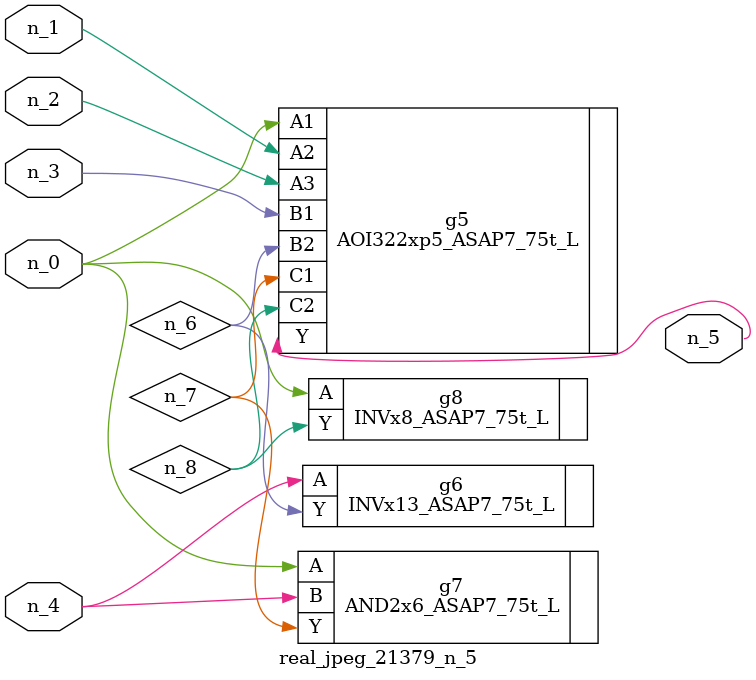
<source format=v>
module real_jpeg_21379_n_5 (n_4, n_0, n_1, n_2, n_3, n_5);

input n_4;
input n_0;
input n_1;
input n_2;
input n_3;

output n_5;

wire n_8;
wire n_6;
wire n_7;

AOI322xp5_ASAP7_75t_L g5 ( 
.A1(n_0),
.A2(n_1),
.A3(n_2),
.B1(n_3),
.B2(n_6),
.C1(n_7),
.C2(n_8),
.Y(n_5)
);

AND2x6_ASAP7_75t_L g7 ( 
.A(n_0),
.B(n_4),
.Y(n_7)
);

INVx8_ASAP7_75t_L g8 ( 
.A(n_0),
.Y(n_8)
);

INVx13_ASAP7_75t_L g6 ( 
.A(n_4),
.Y(n_6)
);


endmodule
</source>
